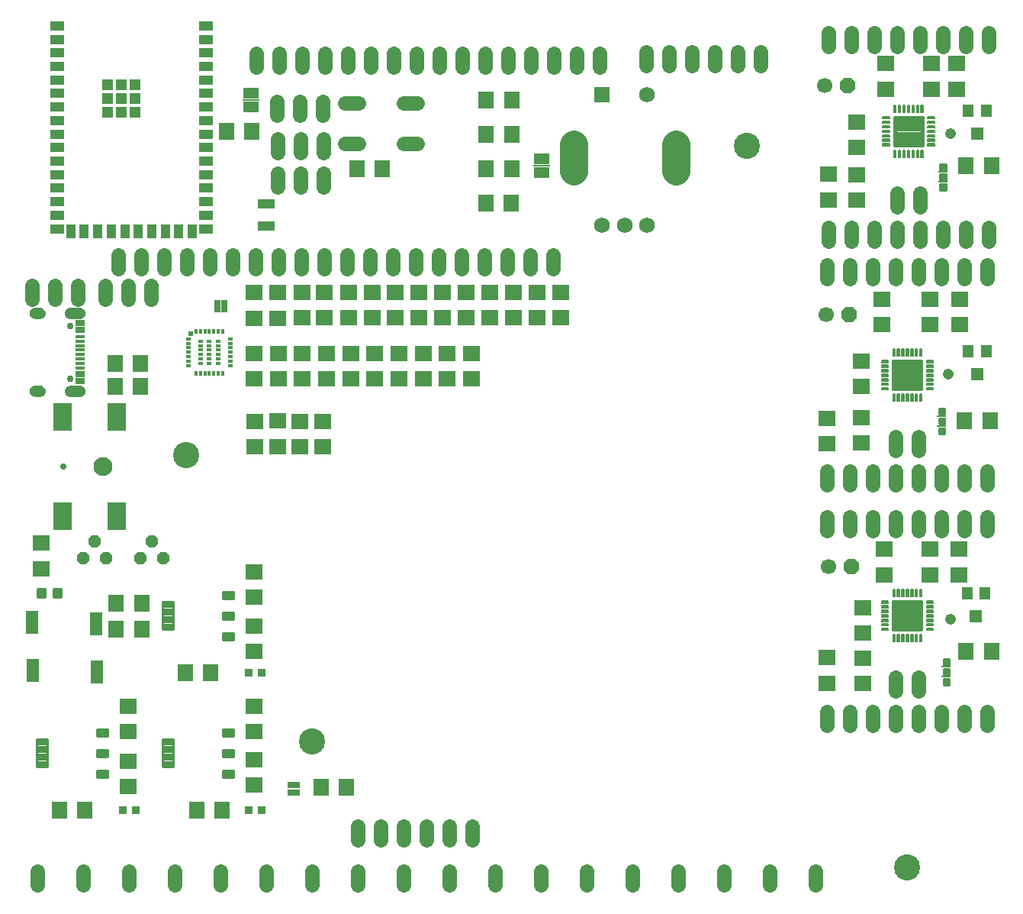
<source format=gbr>
G04 EAGLE Gerber RS-274X export*
G75*
%MOMM*%
%FSLAX34Y34*%
%LPD*%
%INSoldermask Top*%
%IPPOS*%
%AMOC8*
5,1,8,0,0,1.08239X$1,22.5*%
G01*
%ADD10R,1.900000X1.700000*%
%ADD11C,0.396000*%
%ADD12R,1.370000X0.735000*%
%ADD13R,1.100000X0.400000*%
%ADD14R,1.100000X0.700000*%
%ADD15C,0.750000*%
%ADD16C,1.624000*%
%ADD17R,1.903000X1.700000*%
%ADD18R,1.700000X1.903000*%
%ADD19R,1.600000X1.000000*%
%ADD20R,1.000000X1.600000*%
%ADD21R,1.200000X1.200000*%
%ADD22R,1.900000X1.100000*%
%ADD23C,0.735000*%
%ADD24C,2.100000*%
%ADD25R,2.100000X3.100000*%
%ADD26R,1.750000X1.750000*%
%ADD27C,1.750000*%
%ADD28C,3.100000*%
%ADD29C,0.151200*%
%ADD30C,0.455000*%
%ADD31C,0.261000*%
%ADD32R,1.100000X0.200000*%
%ADD33C,1.208000*%
%ADD34R,0.600000X0.300000*%
%ADD35R,0.300000X0.600000*%
%ADD36R,0.500000X0.500000*%
%ADD37C,0.236900*%
%ADD38C,0.296100*%
%ADD39R,0.735000X1.370000*%
%ADD40R,0.900000X0.900000*%
%ADD41R,1.700000X1.900000*%
%ADD42R,1.370000X2.640000*%
%ADD43P,1.840279X8X22.500000*%
%ADD44C,1.700200*%
%ADD45R,1.400000X1.400000*%
%ADD46R,1.300000X1.350000*%
%ADD47P,1.537860X8X22.500000*%
%ADD48C,2.900000*%
%ADD49R,1.700200X1.268400*%
%ADD50R,1.828800X0.152400*%

G36*
X73004Y659454D02*
X73004Y659454D01*
X73007Y659451D01*
X74129Y659606D01*
X74134Y659611D01*
X74138Y659608D01*
X75209Y659979D01*
X75213Y659985D01*
X75218Y659983D01*
X76195Y660556D01*
X76198Y660562D01*
X76203Y660561D01*
X77050Y661314D01*
X77052Y661321D01*
X77057Y661321D01*
X77741Y662224D01*
X77741Y662231D01*
X77746Y662232D01*
X78241Y663251D01*
X78239Y663258D01*
X78244Y663260D01*
X78531Y664357D01*
X78529Y664361D01*
X78531Y664362D01*
X78529Y664364D01*
X78532Y664366D01*
X78599Y665497D01*
X78597Y665501D01*
X78599Y665503D01*
X78532Y666634D01*
X78527Y666639D01*
X78531Y666643D01*
X78244Y667740D01*
X78238Y667744D01*
X78241Y667749D01*
X77746Y668768D01*
X77740Y668771D01*
X77741Y668776D01*
X77057Y669679D01*
X77050Y669681D01*
X77050Y669686D01*
X76203Y670439D01*
X76196Y670439D01*
X76195Y670444D01*
X75218Y671017D01*
X75211Y671016D01*
X75209Y671021D01*
X74138Y671392D01*
X74132Y671389D01*
X74129Y671394D01*
X73007Y671549D01*
X73002Y671546D01*
X73000Y671549D01*
X61000Y671549D01*
X60995Y671546D01*
X60992Y671549D01*
X59725Y671344D01*
X59719Y671338D01*
X59715Y671341D01*
X58525Y670859D01*
X58521Y670852D01*
X58515Y670854D01*
X57462Y670120D01*
X57460Y670112D01*
X57454Y670113D01*
X56591Y669163D01*
X56590Y669154D01*
X56585Y669154D01*
X55955Y668035D01*
X55956Y668027D01*
X55950Y668025D01*
X55585Y666795D01*
X55588Y666787D01*
X55583Y666784D01*
X55501Y665503D01*
X55504Y665499D01*
X55501Y665497D01*
X55583Y664216D01*
X55589Y664210D01*
X55585Y664205D01*
X55950Y662975D01*
X55957Y662970D01*
X55955Y662965D01*
X56585Y661846D01*
X56592Y661843D01*
X56591Y661837D01*
X57454Y660887D01*
X57462Y660886D01*
X57462Y660880D01*
X58515Y660146D01*
X58523Y660146D01*
X58525Y660141D01*
X59715Y659659D01*
X59722Y659661D01*
X59725Y659656D01*
X60992Y659451D01*
X60997Y659454D01*
X61000Y659451D01*
X73000Y659451D01*
X73004Y659454D01*
G37*
G36*
X73004Y573054D02*
X73004Y573054D01*
X73007Y573051D01*
X74129Y573206D01*
X74134Y573211D01*
X74138Y573208D01*
X75209Y573579D01*
X75213Y573585D01*
X75218Y573583D01*
X76195Y574156D01*
X76198Y574162D01*
X76203Y574161D01*
X77050Y574914D01*
X77052Y574921D01*
X77057Y574921D01*
X77741Y575824D01*
X77741Y575831D01*
X77746Y575832D01*
X78241Y576851D01*
X78239Y576858D01*
X78244Y576860D01*
X78531Y577957D01*
X78529Y577961D01*
X78531Y577962D01*
X78529Y577964D01*
X78532Y577966D01*
X78599Y579097D01*
X78597Y579101D01*
X78599Y579103D01*
X78532Y580234D01*
X78527Y580239D01*
X78531Y580243D01*
X78244Y581340D01*
X78238Y581344D01*
X78241Y581349D01*
X77746Y582368D01*
X77740Y582371D01*
X77741Y582376D01*
X77057Y583279D01*
X77050Y583281D01*
X77050Y583286D01*
X76203Y584039D01*
X76196Y584039D01*
X76195Y584044D01*
X75218Y584617D01*
X75211Y584616D01*
X75209Y584621D01*
X74138Y584992D01*
X74132Y584989D01*
X74129Y584994D01*
X73007Y585149D01*
X73002Y585146D01*
X73000Y585149D01*
X61000Y585149D01*
X60995Y585146D01*
X60992Y585149D01*
X59725Y584944D01*
X59719Y584938D01*
X59715Y584941D01*
X58525Y584459D01*
X58521Y584452D01*
X58515Y584454D01*
X57462Y583720D01*
X57460Y583712D01*
X57454Y583713D01*
X56591Y582763D01*
X56590Y582754D01*
X56585Y582754D01*
X55955Y581635D01*
X55956Y581627D01*
X55950Y581625D01*
X55585Y580395D01*
X55588Y580387D01*
X55583Y580384D01*
X55501Y579103D01*
X55504Y579099D01*
X55501Y579097D01*
X55583Y577816D01*
X55589Y577810D01*
X55585Y577805D01*
X55950Y576575D01*
X55957Y576570D01*
X55955Y576565D01*
X56585Y575446D01*
X56592Y575443D01*
X56591Y575437D01*
X57454Y574487D01*
X57462Y574486D01*
X57462Y574480D01*
X58515Y573746D01*
X58523Y573746D01*
X58525Y573741D01*
X59715Y573259D01*
X59722Y573261D01*
X59725Y573256D01*
X60992Y573051D01*
X60997Y573054D01*
X61000Y573051D01*
X73000Y573051D01*
X73004Y573054D01*
G37*
G36*
X28203Y659453D02*
X28203Y659453D01*
X28205Y659451D01*
X29381Y659562D01*
X29386Y659567D01*
X29390Y659564D01*
X30522Y659902D01*
X30526Y659908D01*
X30531Y659906D01*
X31575Y660458D01*
X31578Y660465D01*
X31583Y660463D01*
X32499Y661209D01*
X32500Y661216D01*
X32506Y661216D01*
X33259Y662126D01*
X33259Y662133D01*
X33264Y662134D01*
X33825Y663173D01*
X33824Y663178D01*
X33828Y663180D01*
X33827Y663181D01*
X33829Y663182D01*
X34176Y664311D01*
X34176Y664312D01*
X34177Y664313D01*
X34174Y664317D01*
X34178Y664320D01*
X34299Y665495D01*
X34295Y665502D01*
X34299Y665506D01*
X34142Y666846D01*
X34137Y666852D01*
X34140Y666857D01*
X33689Y668128D01*
X33682Y668133D01*
X33684Y668138D01*
X32962Y669277D01*
X32954Y669280D01*
X32955Y669286D01*
X31997Y670236D01*
X31989Y670237D01*
X31988Y670243D01*
X30843Y670956D01*
X30835Y670955D01*
X30833Y670961D01*
X29557Y671401D01*
X29550Y671399D01*
X29547Y671403D01*
X28205Y671549D01*
X28202Y671547D01*
X28200Y671549D01*
X22200Y671549D01*
X22197Y671547D01*
X22194Y671549D01*
X20865Y671394D01*
X20859Y671388D01*
X20855Y671391D01*
X19594Y670944D01*
X19589Y670937D01*
X19584Y670939D01*
X18454Y670222D01*
X18451Y670215D01*
X18445Y670216D01*
X17503Y669266D01*
X17502Y669257D01*
X17496Y669257D01*
X16789Y668121D01*
X16790Y668113D01*
X16784Y668111D01*
X16348Y666846D01*
X16350Y666838D01*
X16345Y666836D01*
X16201Y665505D01*
X16205Y665499D01*
X16201Y665495D01*
X16311Y664329D01*
X16316Y664324D01*
X16313Y664320D01*
X16648Y663197D01*
X16654Y663193D01*
X16652Y663189D01*
X17200Y662153D01*
X17206Y662150D01*
X17205Y662145D01*
X17944Y661237D01*
X17951Y661235D01*
X17951Y661230D01*
X18853Y660483D01*
X18861Y660483D01*
X18861Y660478D01*
X19892Y659921D01*
X19899Y659922D01*
X19901Y659917D01*
X21020Y659573D01*
X21027Y659575D01*
X21030Y659571D01*
X22195Y659451D01*
X22198Y659453D01*
X22200Y659451D01*
X28200Y659451D01*
X28203Y659453D01*
G37*
G36*
X28203Y573053D02*
X28203Y573053D01*
X28205Y573051D01*
X29381Y573162D01*
X29386Y573167D01*
X29390Y573164D01*
X30522Y573502D01*
X30526Y573508D01*
X30531Y573506D01*
X31575Y574058D01*
X31578Y574065D01*
X31583Y574063D01*
X32499Y574809D01*
X32500Y574816D01*
X32506Y574816D01*
X33259Y575726D01*
X33259Y575733D01*
X33264Y575734D01*
X33825Y576773D01*
X33824Y576778D01*
X33828Y576780D01*
X33827Y576781D01*
X33829Y576782D01*
X34176Y577911D01*
X34176Y577912D01*
X34177Y577913D01*
X34174Y577917D01*
X34178Y577920D01*
X34299Y579095D01*
X34295Y579102D01*
X34299Y579106D01*
X34142Y580446D01*
X34137Y580452D01*
X34140Y580457D01*
X33689Y581728D01*
X33682Y581733D01*
X33684Y581738D01*
X32962Y582877D01*
X32954Y582880D01*
X32955Y582886D01*
X31997Y583836D01*
X31989Y583837D01*
X31988Y583843D01*
X30843Y584556D01*
X30835Y584555D01*
X30833Y584561D01*
X29557Y585001D01*
X29550Y584999D01*
X29547Y585003D01*
X28205Y585149D01*
X28202Y585147D01*
X28200Y585149D01*
X22200Y585149D01*
X22197Y585147D01*
X22194Y585149D01*
X20865Y584994D01*
X20859Y584988D01*
X20855Y584991D01*
X19594Y584544D01*
X19589Y584537D01*
X19584Y584539D01*
X18454Y583822D01*
X18451Y583815D01*
X18445Y583816D01*
X17503Y582866D01*
X17502Y582857D01*
X17496Y582857D01*
X16789Y581721D01*
X16790Y581713D01*
X16784Y581711D01*
X16348Y580446D01*
X16350Y580438D01*
X16345Y580436D01*
X16201Y579105D01*
X16205Y579099D01*
X16201Y579095D01*
X16311Y577929D01*
X16316Y577924D01*
X16313Y577920D01*
X16648Y576797D01*
X16654Y576793D01*
X16652Y576789D01*
X17200Y575753D01*
X17206Y575750D01*
X17205Y575745D01*
X17944Y574837D01*
X17951Y574835D01*
X17951Y574830D01*
X18853Y574083D01*
X18861Y574083D01*
X18861Y574078D01*
X19892Y573521D01*
X19899Y573522D01*
X19901Y573517D01*
X21020Y573173D01*
X21027Y573175D01*
X21030Y573171D01*
X22195Y573051D01*
X22198Y573053D01*
X22200Y573051D01*
X28200Y573051D01*
X28203Y573053D01*
G37*
D10*
X345863Y621030D03*
X345863Y593030D03*
X319052Y621030D03*
X319052Y593030D03*
X343193Y660340D03*
X343193Y688340D03*
X318965Y660400D03*
X318965Y688400D03*
X316653Y517880D03*
X316653Y545880D03*
D11*
X43350Y359120D02*
X43350Y352080D01*
X43350Y359120D02*
X50390Y359120D01*
X50390Y352080D01*
X43350Y352080D01*
X43350Y355842D02*
X50390Y355842D01*
X25810Y359120D02*
X25810Y352080D01*
X25810Y359120D02*
X32850Y359120D01*
X32850Y352080D01*
X25810Y352080D01*
X25810Y355842D02*
X32850Y355842D01*
D12*
X309880Y134366D03*
X309880Y142494D03*
D13*
X72800Y614800D03*
X72800Y619800D03*
D14*
X72800Y590050D03*
X72800Y597800D03*
D13*
X72800Y604800D03*
X72800Y609800D03*
X72800Y629800D03*
X72800Y624800D03*
D14*
X72800Y654550D03*
X72800Y646800D03*
D13*
X72800Y639800D03*
X72800Y634800D03*
D15*
X61750Y651200D03*
X61750Y593400D03*
D16*
X100600Y680680D02*
X100600Y695920D01*
X126000Y695920D02*
X126000Y680680D01*
X151400Y680680D02*
X151400Y695920D01*
X18700Y695920D02*
X18700Y680680D01*
X44100Y680680D02*
X44100Y695920D01*
X69500Y695920D02*
X69500Y680680D01*
D17*
X291677Y546100D03*
X291677Y517660D03*
X265430Y660120D03*
X265430Y688560D03*
X291612Y660120D03*
X291612Y688560D03*
D18*
X368300Y139700D03*
X339860Y139700D03*
X112530Y344170D03*
X140970Y344170D03*
X140970Y314960D03*
X112530Y314960D03*
D17*
X29210Y382270D03*
X29210Y410710D03*
D18*
X111260Y609600D03*
X139700Y609600D03*
X139700Y584200D03*
X111260Y584200D03*
D19*
X47040Y984270D03*
X47040Y969270D03*
X47040Y954270D03*
X47040Y939270D03*
X47040Y924270D03*
X47040Y909270D03*
X47040Y894270D03*
X47040Y879270D03*
X47040Y864270D03*
X47040Y849270D03*
X47040Y834270D03*
X47040Y819270D03*
X47040Y804270D03*
X47040Y789270D03*
X47040Y774270D03*
X47040Y759270D03*
D20*
X62040Y756670D03*
X77040Y756670D03*
X92040Y756670D03*
X107040Y756670D03*
X122040Y756670D03*
X137040Y756670D03*
X152040Y756670D03*
X167040Y756670D03*
X182040Y756670D03*
X197040Y756670D03*
D19*
X211940Y759270D03*
X211940Y774270D03*
X211940Y789270D03*
X211940Y804270D03*
X211940Y819270D03*
X211940Y834270D03*
X211940Y849270D03*
X211940Y864270D03*
X211940Y879270D03*
X211940Y894270D03*
X211940Y909270D03*
X211940Y924270D03*
D21*
X118040Y903670D03*
D19*
X211940Y939270D03*
X211940Y954270D03*
X211940Y969270D03*
X211940Y984270D03*
D21*
X133040Y918670D03*
X118040Y918670D03*
X103040Y918670D03*
X103040Y903670D03*
X103040Y888670D03*
X118040Y888670D03*
X133040Y888670D03*
X133040Y903670D03*
D22*
X279400Y787200D03*
X279400Y762200D03*
D23*
X53700Y495300D03*
D24*
X97700Y495300D03*
D25*
X52700Y440300D03*
X112700Y440300D03*
X112700Y550300D03*
X52700Y550300D03*
D26*
X651910Y908200D03*
D27*
X701910Y908200D03*
X651910Y763200D03*
X676910Y763200D03*
X701910Y763200D03*
D28*
X619910Y823200D02*
X619910Y853200D01*
X733910Y853200D02*
X733910Y823200D01*
D17*
X965200Y375420D03*
X965200Y403860D03*
X1016000Y375420D03*
X1016000Y403860D03*
D10*
X474882Y660340D03*
X474882Y688340D03*
X479919Y593030D03*
X479919Y621030D03*
X506730Y593030D03*
X506730Y621030D03*
X527245Y660340D03*
X527245Y688340D03*
X941070Y255210D03*
X941070Y283210D03*
X941070Y339150D03*
X941070Y311150D03*
D17*
X1047750Y403860D03*
X1047750Y375420D03*
D29*
X969344Y344156D02*
X961856Y344156D01*
X961856Y346244D01*
X969344Y346244D01*
X969344Y344156D01*
X969344Y345592D02*
X961856Y345592D01*
X961856Y339156D02*
X969344Y339156D01*
X961856Y339156D02*
X961856Y341244D01*
X969344Y341244D01*
X969344Y339156D01*
X969344Y340592D02*
X961856Y340592D01*
X961856Y334156D02*
X969344Y334156D01*
X961856Y334156D02*
X961856Y336244D01*
X969344Y336244D01*
X969344Y334156D01*
X969344Y335592D02*
X961856Y335592D01*
X961856Y329156D02*
X969344Y329156D01*
X961856Y329156D02*
X961856Y331244D01*
X969344Y331244D01*
X969344Y329156D01*
X969344Y330592D02*
X961856Y330592D01*
X961856Y324156D02*
X969344Y324156D01*
X961856Y324156D02*
X961856Y326244D01*
X969344Y326244D01*
X969344Y324156D01*
X969344Y325592D02*
X961856Y325592D01*
X961856Y319156D02*
X969344Y319156D01*
X961856Y319156D02*
X961856Y321244D01*
X969344Y321244D01*
X969344Y319156D01*
X969344Y320592D02*
X961856Y320592D01*
X961856Y314156D02*
X969344Y314156D01*
X961856Y314156D02*
X961856Y316244D01*
X969344Y316244D01*
X969344Y314156D01*
X969344Y315592D02*
X961856Y315592D01*
X976644Y308944D02*
X976644Y301456D01*
X974556Y301456D01*
X974556Y308944D01*
X976644Y308944D01*
X976644Y302892D02*
X974556Y302892D01*
X974556Y304328D02*
X976644Y304328D01*
X976644Y305764D02*
X974556Y305764D01*
X974556Y307200D02*
X976644Y307200D01*
X976644Y308636D02*
X974556Y308636D01*
X981644Y308944D02*
X981644Y301456D01*
X979556Y301456D01*
X979556Y308944D01*
X981644Y308944D01*
X981644Y302892D02*
X979556Y302892D01*
X979556Y304328D02*
X981644Y304328D01*
X981644Y305764D02*
X979556Y305764D01*
X979556Y307200D02*
X981644Y307200D01*
X981644Y308636D02*
X979556Y308636D01*
X986644Y308944D02*
X986644Y301456D01*
X984556Y301456D01*
X984556Y308944D01*
X986644Y308944D01*
X986644Y302892D02*
X984556Y302892D01*
X984556Y304328D02*
X986644Y304328D01*
X986644Y305764D02*
X984556Y305764D01*
X984556Y307200D02*
X986644Y307200D01*
X986644Y308636D02*
X984556Y308636D01*
X991644Y308944D02*
X991644Y301456D01*
X989556Y301456D01*
X989556Y308944D01*
X991644Y308944D01*
X991644Y302892D02*
X989556Y302892D01*
X989556Y304328D02*
X991644Y304328D01*
X991644Y305764D02*
X989556Y305764D01*
X989556Y307200D02*
X991644Y307200D01*
X991644Y308636D02*
X989556Y308636D01*
X996644Y308944D02*
X996644Y301456D01*
X994556Y301456D01*
X994556Y308944D01*
X996644Y308944D01*
X996644Y302892D02*
X994556Y302892D01*
X994556Y304328D02*
X996644Y304328D01*
X996644Y305764D02*
X994556Y305764D01*
X994556Y307200D02*
X996644Y307200D01*
X996644Y308636D02*
X994556Y308636D01*
X1001644Y308944D02*
X1001644Y301456D01*
X999556Y301456D01*
X999556Y308944D01*
X1001644Y308944D01*
X1001644Y302892D02*
X999556Y302892D01*
X999556Y304328D02*
X1001644Y304328D01*
X1001644Y305764D02*
X999556Y305764D01*
X999556Y307200D02*
X1001644Y307200D01*
X1001644Y308636D02*
X999556Y308636D01*
X1006644Y308944D02*
X1006644Y301456D01*
X1004556Y301456D01*
X1004556Y308944D01*
X1006644Y308944D01*
X1006644Y302892D02*
X1004556Y302892D01*
X1004556Y304328D02*
X1006644Y304328D01*
X1006644Y305764D02*
X1004556Y305764D01*
X1004556Y307200D02*
X1006644Y307200D01*
X1006644Y308636D02*
X1004556Y308636D01*
X1011856Y316244D02*
X1019344Y316244D01*
X1019344Y314156D01*
X1011856Y314156D01*
X1011856Y316244D01*
X1011856Y315592D02*
X1019344Y315592D01*
X1019344Y321244D02*
X1011856Y321244D01*
X1019344Y321244D02*
X1019344Y319156D01*
X1011856Y319156D01*
X1011856Y321244D01*
X1011856Y320592D02*
X1019344Y320592D01*
X1019344Y326244D02*
X1011856Y326244D01*
X1019344Y326244D02*
X1019344Y324156D01*
X1011856Y324156D01*
X1011856Y326244D01*
X1011856Y325592D02*
X1019344Y325592D01*
X1019344Y331244D02*
X1011856Y331244D01*
X1019344Y331244D02*
X1019344Y329156D01*
X1011856Y329156D01*
X1011856Y331244D01*
X1011856Y330592D02*
X1019344Y330592D01*
X1019344Y336244D02*
X1011856Y336244D01*
X1019344Y336244D02*
X1019344Y334156D01*
X1011856Y334156D01*
X1011856Y336244D01*
X1011856Y335592D02*
X1019344Y335592D01*
X1019344Y341244D02*
X1011856Y341244D01*
X1019344Y341244D02*
X1019344Y339156D01*
X1011856Y339156D01*
X1011856Y341244D01*
X1011856Y340592D02*
X1019344Y340592D01*
X1019344Y346244D02*
X1011856Y346244D01*
X1019344Y346244D02*
X1019344Y344156D01*
X1011856Y344156D01*
X1011856Y346244D01*
X1011856Y345592D02*
X1019344Y345592D01*
X1004556Y351456D02*
X1004556Y358944D01*
X1006644Y358944D01*
X1006644Y351456D01*
X1004556Y351456D01*
X1004556Y352892D02*
X1006644Y352892D01*
X1006644Y354328D02*
X1004556Y354328D01*
X1004556Y355764D02*
X1006644Y355764D01*
X1006644Y357200D02*
X1004556Y357200D01*
X1004556Y358636D02*
X1006644Y358636D01*
X999556Y358944D02*
X999556Y351456D01*
X999556Y358944D02*
X1001644Y358944D01*
X1001644Y351456D01*
X999556Y351456D01*
X999556Y352892D02*
X1001644Y352892D01*
X1001644Y354328D02*
X999556Y354328D01*
X999556Y355764D02*
X1001644Y355764D01*
X1001644Y357200D02*
X999556Y357200D01*
X999556Y358636D02*
X1001644Y358636D01*
X994556Y358944D02*
X994556Y351456D01*
X994556Y358944D02*
X996644Y358944D01*
X996644Y351456D01*
X994556Y351456D01*
X994556Y352892D02*
X996644Y352892D01*
X996644Y354328D02*
X994556Y354328D01*
X994556Y355764D02*
X996644Y355764D01*
X996644Y357200D02*
X994556Y357200D01*
X994556Y358636D02*
X996644Y358636D01*
X989556Y358944D02*
X989556Y351456D01*
X989556Y358944D02*
X991644Y358944D01*
X991644Y351456D01*
X989556Y351456D01*
X989556Y352892D02*
X991644Y352892D01*
X991644Y354328D02*
X989556Y354328D01*
X989556Y355764D02*
X991644Y355764D01*
X991644Y357200D02*
X989556Y357200D01*
X989556Y358636D02*
X991644Y358636D01*
X984556Y358944D02*
X984556Y351456D01*
X984556Y358944D02*
X986644Y358944D01*
X986644Y351456D01*
X984556Y351456D01*
X984556Y352892D02*
X986644Y352892D01*
X986644Y354328D02*
X984556Y354328D01*
X984556Y355764D02*
X986644Y355764D01*
X986644Y357200D02*
X984556Y357200D01*
X984556Y358636D02*
X986644Y358636D01*
X979556Y358944D02*
X979556Y351456D01*
X979556Y358944D02*
X981644Y358944D01*
X981644Y351456D01*
X979556Y351456D01*
X979556Y352892D02*
X981644Y352892D01*
X981644Y354328D02*
X979556Y354328D01*
X979556Y355764D02*
X981644Y355764D01*
X981644Y357200D02*
X979556Y357200D01*
X979556Y358636D02*
X981644Y358636D01*
X974556Y358944D02*
X974556Y351456D01*
X974556Y358944D02*
X976644Y358944D01*
X976644Y351456D01*
X974556Y351456D01*
X974556Y352892D02*
X976644Y352892D01*
X976644Y354328D02*
X974556Y354328D01*
X974556Y355764D02*
X976644Y355764D01*
X976644Y357200D02*
X974556Y357200D01*
X974556Y358636D02*
X976644Y358636D01*
D30*
X975375Y314975D02*
X1005825Y314975D01*
X975375Y314975D02*
X975375Y345425D01*
X1005825Y345425D01*
X1005825Y314975D01*
X1005825Y319297D02*
X975375Y319297D01*
X975375Y323619D02*
X1005825Y323619D01*
X1005825Y327941D02*
X975375Y327941D01*
X975375Y332263D02*
X1005825Y332263D01*
X1005825Y336585D02*
X975375Y336585D01*
X975375Y340907D02*
X1005825Y340907D01*
X1005825Y345229D02*
X975375Y345229D01*
D18*
X1055370Y290830D03*
X1083810Y290830D03*
D17*
X901700Y255270D03*
X901700Y283710D03*
D10*
X605790Y660340D03*
X605790Y688340D03*
D31*
X1030585Y275775D02*
X1036975Y275775D01*
X1030585Y275775D02*
X1030585Y282165D01*
X1036975Y282165D01*
X1036975Y275775D01*
X1036975Y278254D02*
X1030585Y278254D01*
X1030585Y280733D02*
X1036975Y280733D01*
X1036975Y264775D02*
X1030585Y264775D01*
X1030585Y271165D01*
X1036975Y271165D01*
X1036975Y264775D01*
X1036975Y267254D02*
X1030585Y267254D01*
X1030585Y269733D02*
X1036975Y269733D01*
X1036975Y253775D02*
X1030585Y253775D01*
X1030585Y260165D01*
X1036975Y260165D01*
X1036975Y253775D01*
X1036975Y256254D02*
X1030585Y256254D01*
X1030585Y258733D02*
X1036975Y258733D01*
D32*
X1033780Y262470D03*
X1033780Y273470D03*
D16*
X1079500Y424180D02*
X1079500Y439420D01*
X1054100Y439420D02*
X1054100Y424180D01*
X1028700Y424180D02*
X1028700Y439420D01*
X1003300Y439420D02*
X1003300Y424180D01*
X977900Y424180D02*
X977900Y439420D01*
X952500Y439420D02*
X952500Y424180D01*
X927100Y424180D02*
X927100Y439420D01*
X901700Y439420D02*
X901700Y424180D01*
X977900Y261620D02*
X977900Y246380D01*
X1003300Y246380D02*
X1003300Y261620D01*
D33*
X1038860Y326390D03*
D10*
X501064Y660340D03*
X501064Y688340D03*
D16*
X1079500Y223520D02*
X1079500Y208280D01*
X1054100Y208280D02*
X1054100Y223520D01*
X1028700Y223520D02*
X1028700Y208280D01*
X1003300Y208280D02*
X1003300Y223520D01*
X977900Y223520D02*
X977900Y208280D01*
X952500Y208280D02*
X952500Y223520D01*
X927100Y223520D02*
X927100Y208280D01*
X901700Y208280D02*
X901700Y223520D01*
D17*
X962660Y652780D03*
X962660Y681220D03*
X1016000Y652780D03*
X1016000Y681220D03*
D10*
X396338Y660340D03*
X396338Y688340D03*
X399485Y593030D03*
X399485Y621030D03*
X453108Y593030D03*
X453108Y621030D03*
X553427Y660340D03*
X553427Y688340D03*
X939800Y521910D03*
X939800Y549910D03*
X939800Y612200D03*
X939800Y584200D03*
D17*
X1049020Y681220D03*
X1049020Y652780D03*
D29*
X969344Y610856D02*
X961856Y610856D01*
X961856Y612944D01*
X969344Y612944D01*
X969344Y610856D01*
X969344Y612292D02*
X961856Y612292D01*
X961856Y605856D02*
X969344Y605856D01*
X961856Y605856D02*
X961856Y607944D01*
X969344Y607944D01*
X969344Y605856D01*
X969344Y607292D02*
X961856Y607292D01*
X961856Y600856D02*
X969344Y600856D01*
X961856Y600856D02*
X961856Y602944D01*
X969344Y602944D01*
X969344Y600856D01*
X969344Y602292D02*
X961856Y602292D01*
X961856Y595856D02*
X969344Y595856D01*
X961856Y595856D02*
X961856Y597944D01*
X969344Y597944D01*
X969344Y595856D01*
X969344Y597292D02*
X961856Y597292D01*
X961856Y590856D02*
X969344Y590856D01*
X961856Y590856D02*
X961856Y592944D01*
X969344Y592944D01*
X969344Y590856D01*
X969344Y592292D02*
X961856Y592292D01*
X961856Y585856D02*
X969344Y585856D01*
X961856Y585856D02*
X961856Y587944D01*
X969344Y587944D01*
X969344Y585856D01*
X969344Y587292D02*
X961856Y587292D01*
X961856Y580856D02*
X969344Y580856D01*
X961856Y580856D02*
X961856Y582944D01*
X969344Y582944D01*
X969344Y580856D01*
X969344Y582292D02*
X961856Y582292D01*
X976644Y575644D02*
X976644Y568156D01*
X974556Y568156D01*
X974556Y575644D01*
X976644Y575644D01*
X976644Y569592D02*
X974556Y569592D01*
X974556Y571028D02*
X976644Y571028D01*
X976644Y572464D02*
X974556Y572464D01*
X974556Y573900D02*
X976644Y573900D01*
X976644Y575336D02*
X974556Y575336D01*
X981644Y575644D02*
X981644Y568156D01*
X979556Y568156D01*
X979556Y575644D01*
X981644Y575644D01*
X981644Y569592D02*
X979556Y569592D01*
X979556Y571028D02*
X981644Y571028D01*
X981644Y572464D02*
X979556Y572464D01*
X979556Y573900D02*
X981644Y573900D01*
X981644Y575336D02*
X979556Y575336D01*
X986644Y575644D02*
X986644Y568156D01*
X984556Y568156D01*
X984556Y575644D01*
X986644Y575644D01*
X986644Y569592D02*
X984556Y569592D01*
X984556Y571028D02*
X986644Y571028D01*
X986644Y572464D02*
X984556Y572464D01*
X984556Y573900D02*
X986644Y573900D01*
X986644Y575336D02*
X984556Y575336D01*
X991644Y575644D02*
X991644Y568156D01*
X989556Y568156D01*
X989556Y575644D01*
X991644Y575644D01*
X991644Y569592D02*
X989556Y569592D01*
X989556Y571028D02*
X991644Y571028D01*
X991644Y572464D02*
X989556Y572464D01*
X989556Y573900D02*
X991644Y573900D01*
X991644Y575336D02*
X989556Y575336D01*
X996644Y575644D02*
X996644Y568156D01*
X994556Y568156D01*
X994556Y575644D01*
X996644Y575644D01*
X996644Y569592D02*
X994556Y569592D01*
X994556Y571028D02*
X996644Y571028D01*
X996644Y572464D02*
X994556Y572464D01*
X994556Y573900D02*
X996644Y573900D01*
X996644Y575336D02*
X994556Y575336D01*
X1001644Y575644D02*
X1001644Y568156D01*
X999556Y568156D01*
X999556Y575644D01*
X1001644Y575644D01*
X1001644Y569592D02*
X999556Y569592D01*
X999556Y571028D02*
X1001644Y571028D01*
X1001644Y572464D02*
X999556Y572464D01*
X999556Y573900D02*
X1001644Y573900D01*
X1001644Y575336D02*
X999556Y575336D01*
X1006644Y575644D02*
X1006644Y568156D01*
X1004556Y568156D01*
X1004556Y575644D01*
X1006644Y575644D01*
X1006644Y569592D02*
X1004556Y569592D01*
X1004556Y571028D02*
X1006644Y571028D01*
X1006644Y572464D02*
X1004556Y572464D01*
X1004556Y573900D02*
X1006644Y573900D01*
X1006644Y575336D02*
X1004556Y575336D01*
X1011856Y582944D02*
X1019344Y582944D01*
X1019344Y580856D01*
X1011856Y580856D01*
X1011856Y582944D01*
X1011856Y582292D02*
X1019344Y582292D01*
X1019344Y587944D02*
X1011856Y587944D01*
X1019344Y587944D02*
X1019344Y585856D01*
X1011856Y585856D01*
X1011856Y587944D01*
X1011856Y587292D02*
X1019344Y587292D01*
X1019344Y592944D02*
X1011856Y592944D01*
X1019344Y592944D02*
X1019344Y590856D01*
X1011856Y590856D01*
X1011856Y592944D01*
X1011856Y592292D02*
X1019344Y592292D01*
X1019344Y597944D02*
X1011856Y597944D01*
X1019344Y597944D02*
X1019344Y595856D01*
X1011856Y595856D01*
X1011856Y597944D01*
X1011856Y597292D02*
X1019344Y597292D01*
X1019344Y602944D02*
X1011856Y602944D01*
X1019344Y602944D02*
X1019344Y600856D01*
X1011856Y600856D01*
X1011856Y602944D01*
X1011856Y602292D02*
X1019344Y602292D01*
X1019344Y607944D02*
X1011856Y607944D01*
X1019344Y607944D02*
X1019344Y605856D01*
X1011856Y605856D01*
X1011856Y607944D01*
X1011856Y607292D02*
X1019344Y607292D01*
X1019344Y612944D02*
X1011856Y612944D01*
X1019344Y612944D02*
X1019344Y610856D01*
X1011856Y610856D01*
X1011856Y612944D01*
X1011856Y612292D02*
X1019344Y612292D01*
X1004556Y618156D02*
X1004556Y625644D01*
X1006644Y625644D01*
X1006644Y618156D01*
X1004556Y618156D01*
X1004556Y619592D02*
X1006644Y619592D01*
X1006644Y621028D02*
X1004556Y621028D01*
X1004556Y622464D02*
X1006644Y622464D01*
X1006644Y623900D02*
X1004556Y623900D01*
X1004556Y625336D02*
X1006644Y625336D01*
X999556Y625644D02*
X999556Y618156D01*
X999556Y625644D02*
X1001644Y625644D01*
X1001644Y618156D01*
X999556Y618156D01*
X999556Y619592D02*
X1001644Y619592D01*
X1001644Y621028D02*
X999556Y621028D01*
X999556Y622464D02*
X1001644Y622464D01*
X1001644Y623900D02*
X999556Y623900D01*
X999556Y625336D02*
X1001644Y625336D01*
X994556Y625644D02*
X994556Y618156D01*
X994556Y625644D02*
X996644Y625644D01*
X996644Y618156D01*
X994556Y618156D01*
X994556Y619592D02*
X996644Y619592D01*
X996644Y621028D02*
X994556Y621028D01*
X994556Y622464D02*
X996644Y622464D01*
X996644Y623900D02*
X994556Y623900D01*
X994556Y625336D02*
X996644Y625336D01*
X989556Y625644D02*
X989556Y618156D01*
X989556Y625644D02*
X991644Y625644D01*
X991644Y618156D01*
X989556Y618156D01*
X989556Y619592D02*
X991644Y619592D01*
X991644Y621028D02*
X989556Y621028D01*
X989556Y622464D02*
X991644Y622464D01*
X991644Y623900D02*
X989556Y623900D01*
X989556Y625336D02*
X991644Y625336D01*
X984556Y625644D02*
X984556Y618156D01*
X984556Y625644D02*
X986644Y625644D01*
X986644Y618156D01*
X984556Y618156D01*
X984556Y619592D02*
X986644Y619592D01*
X986644Y621028D02*
X984556Y621028D01*
X984556Y622464D02*
X986644Y622464D01*
X986644Y623900D02*
X984556Y623900D01*
X984556Y625336D02*
X986644Y625336D01*
X979556Y625644D02*
X979556Y618156D01*
X979556Y625644D02*
X981644Y625644D01*
X981644Y618156D01*
X979556Y618156D01*
X979556Y619592D02*
X981644Y619592D01*
X981644Y621028D02*
X979556Y621028D01*
X979556Y622464D02*
X981644Y622464D01*
X981644Y623900D02*
X979556Y623900D01*
X979556Y625336D02*
X981644Y625336D01*
X974556Y625644D02*
X974556Y618156D01*
X974556Y625644D02*
X976644Y625644D01*
X976644Y618156D01*
X974556Y618156D01*
X974556Y619592D02*
X976644Y619592D01*
X976644Y621028D02*
X974556Y621028D01*
X974556Y622464D02*
X976644Y622464D01*
X976644Y623900D02*
X974556Y623900D01*
X974556Y625336D02*
X976644Y625336D01*
D30*
X975375Y581675D02*
X1005825Y581675D01*
X975375Y581675D02*
X975375Y612125D01*
X1005825Y612125D01*
X1005825Y581675D01*
X1005825Y585997D02*
X975375Y585997D01*
X975375Y590319D02*
X1005825Y590319D01*
X1005825Y594641D02*
X975375Y594641D01*
X975375Y598963D02*
X1005825Y598963D01*
X1005825Y603285D02*
X975375Y603285D01*
X975375Y607607D02*
X1005825Y607607D01*
X1005825Y611929D02*
X975375Y611929D01*
D18*
X1054100Y546100D03*
X1082540Y546100D03*
D17*
X901700Y520700D03*
X901700Y549140D03*
D10*
X579608Y660340D03*
X579608Y688340D03*
D31*
X1025505Y553905D02*
X1031895Y553905D01*
X1025505Y553905D02*
X1025505Y560295D01*
X1031895Y560295D01*
X1031895Y553905D01*
X1031895Y556384D02*
X1025505Y556384D01*
X1025505Y558863D02*
X1031895Y558863D01*
X1031895Y542905D02*
X1025505Y542905D01*
X1025505Y549295D01*
X1031895Y549295D01*
X1031895Y542905D01*
X1031895Y545384D02*
X1025505Y545384D01*
X1025505Y547863D02*
X1031895Y547863D01*
X1031895Y531905D02*
X1025505Y531905D01*
X1025505Y538295D01*
X1031895Y538295D01*
X1031895Y531905D01*
X1031895Y534384D02*
X1025505Y534384D01*
X1025505Y536863D02*
X1031895Y536863D01*
D32*
X1028700Y540600D03*
X1028700Y551600D03*
D16*
X1079500Y703580D02*
X1079500Y718820D01*
X1054100Y718820D02*
X1054100Y703580D01*
X1028700Y703580D02*
X1028700Y718820D01*
X1003300Y718820D02*
X1003300Y703580D01*
X977900Y703580D02*
X977900Y718820D01*
X952500Y718820D02*
X952500Y703580D01*
X927100Y703580D02*
X927100Y718820D01*
X901700Y718820D02*
X901700Y703580D01*
X977900Y528320D02*
X977900Y513080D01*
X1003300Y513080D02*
X1003300Y528320D01*
D33*
X1036320Y598170D03*
D10*
X422519Y660340D03*
X422519Y688340D03*
D16*
X1079500Y490220D02*
X1079500Y474980D01*
X1054100Y474980D02*
X1054100Y490220D01*
X1028700Y490220D02*
X1028700Y474980D01*
X1003300Y474980D02*
X1003300Y490220D01*
X977900Y490220D02*
X977900Y474980D01*
X952500Y474980D02*
X952500Y490220D01*
X927100Y490220D02*
X927100Y474980D01*
X901700Y474980D02*
X901700Y490220D01*
D17*
X966470Y913900D03*
X966470Y942340D03*
X1017270Y913900D03*
X1017270Y942340D03*
D10*
X370156Y660340D03*
X370156Y688340D03*
X341630Y545880D03*
X341630Y517880D03*
X426297Y593030D03*
X426297Y621030D03*
X372674Y621030D03*
X372674Y593030D03*
X934720Y791150D03*
X934720Y819150D03*
X934720Y877630D03*
X934720Y849630D03*
D17*
X1045210Y942340D03*
X1045210Y913900D03*
D29*
X970614Y881366D02*
X963126Y881366D01*
X963126Y883454D01*
X970614Y883454D01*
X970614Y881366D01*
X970614Y882802D02*
X963126Y882802D01*
X963126Y876366D02*
X970614Y876366D01*
X963126Y876366D02*
X963126Y878454D01*
X970614Y878454D01*
X970614Y876366D01*
X970614Y877802D02*
X963126Y877802D01*
X963126Y871366D02*
X970614Y871366D01*
X963126Y871366D02*
X963126Y873454D01*
X970614Y873454D01*
X970614Y871366D01*
X970614Y872802D02*
X963126Y872802D01*
X963126Y866366D02*
X970614Y866366D01*
X963126Y866366D02*
X963126Y868454D01*
X970614Y868454D01*
X970614Y866366D01*
X970614Y867802D02*
X963126Y867802D01*
X963126Y861366D02*
X970614Y861366D01*
X963126Y861366D02*
X963126Y863454D01*
X970614Y863454D01*
X970614Y861366D01*
X970614Y862802D02*
X963126Y862802D01*
X963126Y856366D02*
X970614Y856366D01*
X963126Y856366D02*
X963126Y858454D01*
X970614Y858454D01*
X970614Y856366D01*
X970614Y857802D02*
X963126Y857802D01*
X963126Y851366D02*
X970614Y851366D01*
X963126Y851366D02*
X963126Y853454D01*
X970614Y853454D01*
X970614Y851366D01*
X970614Y852802D02*
X963126Y852802D01*
X977914Y846154D02*
X977914Y838666D01*
X975826Y838666D01*
X975826Y846154D01*
X977914Y846154D01*
X977914Y840102D02*
X975826Y840102D01*
X975826Y841538D02*
X977914Y841538D01*
X977914Y842974D02*
X975826Y842974D01*
X975826Y844410D02*
X977914Y844410D01*
X977914Y845846D02*
X975826Y845846D01*
X982914Y846154D02*
X982914Y838666D01*
X980826Y838666D01*
X980826Y846154D01*
X982914Y846154D01*
X982914Y840102D02*
X980826Y840102D01*
X980826Y841538D02*
X982914Y841538D01*
X982914Y842974D02*
X980826Y842974D01*
X980826Y844410D02*
X982914Y844410D01*
X982914Y845846D02*
X980826Y845846D01*
X987914Y846154D02*
X987914Y838666D01*
X985826Y838666D01*
X985826Y846154D01*
X987914Y846154D01*
X987914Y840102D02*
X985826Y840102D01*
X985826Y841538D02*
X987914Y841538D01*
X987914Y842974D02*
X985826Y842974D01*
X985826Y844410D02*
X987914Y844410D01*
X987914Y845846D02*
X985826Y845846D01*
X992914Y846154D02*
X992914Y838666D01*
X990826Y838666D01*
X990826Y846154D01*
X992914Y846154D01*
X992914Y840102D02*
X990826Y840102D01*
X990826Y841538D02*
X992914Y841538D01*
X992914Y842974D02*
X990826Y842974D01*
X990826Y844410D02*
X992914Y844410D01*
X992914Y845846D02*
X990826Y845846D01*
X997914Y846154D02*
X997914Y838666D01*
X995826Y838666D01*
X995826Y846154D01*
X997914Y846154D01*
X997914Y840102D02*
X995826Y840102D01*
X995826Y841538D02*
X997914Y841538D01*
X997914Y842974D02*
X995826Y842974D01*
X995826Y844410D02*
X997914Y844410D01*
X997914Y845846D02*
X995826Y845846D01*
X1002914Y846154D02*
X1002914Y838666D01*
X1000826Y838666D01*
X1000826Y846154D01*
X1002914Y846154D01*
X1002914Y840102D02*
X1000826Y840102D01*
X1000826Y841538D02*
X1002914Y841538D01*
X1002914Y842974D02*
X1000826Y842974D01*
X1000826Y844410D02*
X1002914Y844410D01*
X1002914Y845846D02*
X1000826Y845846D01*
X1007914Y846154D02*
X1007914Y838666D01*
X1005826Y838666D01*
X1005826Y846154D01*
X1007914Y846154D01*
X1007914Y840102D02*
X1005826Y840102D01*
X1005826Y841538D02*
X1007914Y841538D01*
X1007914Y842974D02*
X1005826Y842974D01*
X1005826Y844410D02*
X1007914Y844410D01*
X1007914Y845846D02*
X1005826Y845846D01*
X1013126Y853454D02*
X1020614Y853454D01*
X1020614Y851366D01*
X1013126Y851366D01*
X1013126Y853454D01*
X1013126Y852802D02*
X1020614Y852802D01*
X1020614Y858454D02*
X1013126Y858454D01*
X1020614Y858454D02*
X1020614Y856366D01*
X1013126Y856366D01*
X1013126Y858454D01*
X1013126Y857802D02*
X1020614Y857802D01*
X1020614Y863454D02*
X1013126Y863454D01*
X1020614Y863454D02*
X1020614Y861366D01*
X1013126Y861366D01*
X1013126Y863454D01*
X1013126Y862802D02*
X1020614Y862802D01*
X1020614Y868454D02*
X1013126Y868454D01*
X1020614Y868454D02*
X1020614Y866366D01*
X1013126Y866366D01*
X1013126Y868454D01*
X1013126Y867802D02*
X1020614Y867802D01*
X1020614Y873454D02*
X1013126Y873454D01*
X1020614Y873454D02*
X1020614Y871366D01*
X1013126Y871366D01*
X1013126Y873454D01*
X1013126Y872802D02*
X1020614Y872802D01*
X1020614Y878454D02*
X1013126Y878454D01*
X1020614Y878454D02*
X1020614Y876366D01*
X1013126Y876366D01*
X1013126Y878454D01*
X1013126Y877802D02*
X1020614Y877802D01*
X1020614Y883454D02*
X1013126Y883454D01*
X1020614Y883454D02*
X1020614Y881366D01*
X1013126Y881366D01*
X1013126Y883454D01*
X1013126Y882802D02*
X1020614Y882802D01*
X1005826Y888666D02*
X1005826Y896154D01*
X1007914Y896154D01*
X1007914Y888666D01*
X1005826Y888666D01*
X1005826Y890102D02*
X1007914Y890102D01*
X1007914Y891538D02*
X1005826Y891538D01*
X1005826Y892974D02*
X1007914Y892974D01*
X1007914Y894410D02*
X1005826Y894410D01*
X1005826Y895846D02*
X1007914Y895846D01*
X1000826Y896154D02*
X1000826Y888666D01*
X1000826Y896154D02*
X1002914Y896154D01*
X1002914Y888666D01*
X1000826Y888666D01*
X1000826Y890102D02*
X1002914Y890102D01*
X1002914Y891538D02*
X1000826Y891538D01*
X1000826Y892974D02*
X1002914Y892974D01*
X1002914Y894410D02*
X1000826Y894410D01*
X1000826Y895846D02*
X1002914Y895846D01*
X995826Y896154D02*
X995826Y888666D01*
X995826Y896154D02*
X997914Y896154D01*
X997914Y888666D01*
X995826Y888666D01*
X995826Y890102D02*
X997914Y890102D01*
X997914Y891538D02*
X995826Y891538D01*
X995826Y892974D02*
X997914Y892974D01*
X997914Y894410D02*
X995826Y894410D01*
X995826Y895846D02*
X997914Y895846D01*
X990826Y896154D02*
X990826Y888666D01*
X990826Y896154D02*
X992914Y896154D01*
X992914Y888666D01*
X990826Y888666D01*
X990826Y890102D02*
X992914Y890102D01*
X992914Y891538D02*
X990826Y891538D01*
X990826Y892974D02*
X992914Y892974D01*
X992914Y894410D02*
X990826Y894410D01*
X990826Y895846D02*
X992914Y895846D01*
X985826Y896154D02*
X985826Y888666D01*
X985826Y896154D02*
X987914Y896154D01*
X987914Y888666D01*
X985826Y888666D01*
X985826Y890102D02*
X987914Y890102D01*
X987914Y891538D02*
X985826Y891538D01*
X985826Y892974D02*
X987914Y892974D01*
X987914Y894410D02*
X985826Y894410D01*
X985826Y895846D02*
X987914Y895846D01*
X980826Y896154D02*
X980826Y888666D01*
X980826Y896154D02*
X982914Y896154D01*
X982914Y888666D01*
X980826Y888666D01*
X980826Y890102D02*
X982914Y890102D01*
X982914Y891538D02*
X980826Y891538D01*
X980826Y892974D02*
X982914Y892974D01*
X982914Y894410D02*
X980826Y894410D01*
X980826Y895846D02*
X982914Y895846D01*
X975826Y896154D02*
X975826Y888666D01*
X975826Y896154D02*
X977914Y896154D01*
X977914Y888666D01*
X975826Y888666D01*
X975826Y890102D02*
X977914Y890102D01*
X977914Y891538D02*
X975826Y891538D01*
X975826Y892974D02*
X977914Y892974D01*
X977914Y894410D02*
X975826Y894410D01*
X975826Y895846D02*
X977914Y895846D01*
D30*
X976645Y852185D02*
X1007095Y852185D01*
X976645Y852185D02*
X976645Y882635D01*
X1007095Y882635D01*
X1007095Y852185D01*
X1007095Y856507D02*
X976645Y856507D01*
X976645Y860829D02*
X1007095Y860829D01*
X1007095Y865151D02*
X976645Y865151D01*
X976645Y869473D02*
X1007095Y869473D01*
X1007095Y873795D02*
X976645Y873795D01*
X976645Y878117D02*
X1007095Y878117D01*
X1007095Y882439D02*
X976645Y882439D01*
D18*
X1055370Y829310D03*
X1083810Y829310D03*
D17*
X902970Y791210D03*
X902970Y819650D03*
D10*
X448701Y660340D03*
X448701Y688340D03*
D31*
X1026775Y824415D02*
X1033165Y824415D01*
X1026775Y824415D02*
X1026775Y830805D01*
X1033165Y830805D01*
X1033165Y824415D01*
X1033165Y826894D02*
X1026775Y826894D01*
X1026775Y829373D02*
X1033165Y829373D01*
X1033165Y813415D02*
X1026775Y813415D01*
X1026775Y819805D01*
X1033165Y819805D01*
X1033165Y813415D01*
X1033165Y815894D02*
X1026775Y815894D01*
X1026775Y818373D02*
X1033165Y818373D01*
X1033165Y802415D02*
X1026775Y802415D01*
X1026775Y808805D01*
X1033165Y808805D01*
X1033165Y802415D01*
X1033165Y804894D02*
X1026775Y804894D01*
X1026775Y807373D02*
X1033165Y807373D01*
D32*
X1029970Y811110D03*
X1029970Y822110D03*
D16*
X1080770Y961390D02*
X1080770Y976630D01*
X1055370Y976630D02*
X1055370Y961390D01*
X1029970Y961390D02*
X1029970Y976630D01*
X1004570Y976630D02*
X1004570Y961390D01*
X979170Y961390D02*
X979170Y976630D01*
X953770Y976630D02*
X953770Y961390D01*
X928370Y961390D02*
X928370Y976630D01*
X902970Y976630D02*
X902970Y961390D01*
X979170Y798830D02*
X979170Y783590D01*
X1004570Y783590D02*
X1004570Y798830D01*
D33*
X1038860Y864870D03*
D10*
X266700Y517880D03*
X266700Y545880D03*
D16*
X1080770Y745490D02*
X1080770Y760730D01*
X1055370Y760730D02*
X1055370Y745490D01*
X1029970Y745490D02*
X1029970Y760730D01*
X1004570Y760730D02*
X1004570Y745490D01*
X979170Y745490D02*
X979170Y760730D01*
X953770Y760730D02*
X953770Y745490D01*
X928370Y745490D02*
X928370Y760730D01*
X902970Y760730D02*
X902970Y745490D01*
X292100Y805180D02*
X292100Y820420D01*
X317500Y820420D02*
X317500Y805180D01*
X342900Y805180D02*
X342900Y820420D01*
X292100Y843280D02*
X292100Y858520D01*
X317500Y858520D02*
X317500Y843280D01*
X342900Y843280D02*
X342900Y858520D01*
X290830Y885190D02*
X290830Y900430D01*
X316230Y900430D02*
X316230Y885190D01*
X341630Y885190D02*
X341630Y900430D01*
D34*
X192900Y637300D03*
X192900Y632300D03*
X192900Y627300D03*
X192900Y622300D03*
X192900Y617300D03*
X192900Y612300D03*
X192900Y607300D03*
D35*
X200900Y599300D03*
X205900Y599300D03*
X210900Y599300D03*
X215900Y599300D03*
X220900Y599300D03*
X225900Y599300D03*
X230900Y599300D03*
D34*
X238900Y607300D03*
X238900Y612300D03*
X238900Y617300D03*
X238900Y622300D03*
X238900Y627300D03*
X238900Y632300D03*
X238900Y637300D03*
D35*
X230900Y645300D03*
X225900Y645300D03*
X220900Y645300D03*
X215900Y645300D03*
X210900Y645300D03*
X205900Y645300D03*
X200900Y645300D03*
D36*
X194875Y643325D03*
D34*
X205900Y634800D03*
X215900Y634800D03*
X225900Y634800D03*
X205900Y629800D03*
X215900Y629800D03*
X225900Y629800D03*
X205900Y624800D03*
X215900Y624800D03*
X225900Y624800D03*
X205900Y619800D03*
X215900Y619800D03*
X225900Y619800D03*
X205900Y614800D03*
X215900Y614800D03*
X225900Y614800D03*
X205900Y609800D03*
X215900Y609800D03*
X225900Y609800D03*
D17*
X292241Y621250D03*
X292241Y592810D03*
D16*
X597100Y714710D02*
X597100Y729950D01*
X571700Y729950D02*
X571700Y714710D01*
X546300Y714710D02*
X546300Y729950D01*
X520900Y729950D02*
X520900Y714710D01*
X495500Y714710D02*
X495500Y729950D01*
X470100Y729950D02*
X470100Y714710D01*
X444700Y714710D02*
X444700Y729950D01*
X419300Y729950D02*
X419300Y714710D01*
X393900Y714710D02*
X393900Y729950D01*
X368500Y729950D02*
X368500Y714710D01*
X343100Y714710D02*
X343100Y729950D01*
X317700Y729950D02*
X317700Y714710D01*
X292300Y714710D02*
X292300Y729950D01*
X266900Y729950D02*
X266900Y714710D01*
X241500Y714710D02*
X241500Y729950D01*
X216100Y729950D02*
X216100Y714710D01*
X190700Y714710D02*
X190700Y729950D01*
X165300Y729950D02*
X165300Y714710D01*
X139900Y714710D02*
X139900Y729950D01*
X114500Y729950D02*
X114500Y714710D01*
D37*
X102816Y158866D02*
X91084Y158866D01*
X102816Y158866D02*
X102816Y150934D01*
X91084Y150934D01*
X91084Y158866D01*
X91084Y153185D02*
X102816Y153185D01*
X102816Y155436D02*
X91084Y155436D01*
X91084Y157687D02*
X102816Y157687D01*
X102816Y181766D02*
X91084Y181766D01*
X102816Y181766D02*
X102816Y173834D01*
X91084Y173834D01*
X91084Y181766D01*
X91084Y176085D02*
X102816Y176085D01*
X102816Y178336D02*
X91084Y178336D01*
X91084Y180587D02*
X102816Y180587D01*
X102816Y204666D02*
X91084Y204666D01*
X102816Y204666D02*
X102816Y196734D01*
X91084Y196734D01*
X91084Y204666D01*
X91084Y198985D02*
X102816Y198985D01*
X102816Y201236D02*
X91084Y201236D01*
X91084Y203487D02*
X102816Y203487D01*
D38*
X35620Y193020D02*
X24480Y193020D01*
X35620Y193020D02*
X35620Y162580D01*
X24480Y162580D01*
X24480Y193020D01*
X24480Y165393D02*
X35620Y165393D01*
X35620Y168206D02*
X24480Y168206D01*
X24480Y171019D02*
X35620Y171019D01*
X35620Y173832D02*
X24480Y173832D01*
X24480Y176645D02*
X35620Y176645D01*
X35620Y179458D02*
X24480Y179458D01*
X24480Y182271D02*
X35620Y182271D01*
X35620Y185084D02*
X24480Y185084D01*
X24480Y187897D02*
X35620Y187897D01*
X35620Y190710D02*
X24480Y190710D01*
D17*
X265430Y621250D03*
X265430Y592810D03*
D39*
X224536Y673100D03*
X232664Y673100D03*
D10*
X125584Y229900D03*
X125584Y201900D03*
X125584Y168940D03*
X125584Y140940D03*
D40*
X134500Y114300D03*
X119500Y114300D03*
D18*
X77720Y114300D03*
X49280Y114300D03*
D37*
X230784Y158866D02*
X242516Y158866D01*
X242516Y150934D01*
X230784Y150934D01*
X230784Y158866D01*
X230784Y153185D02*
X242516Y153185D01*
X242516Y155436D02*
X230784Y155436D01*
X230784Y157687D02*
X242516Y157687D01*
X242516Y181766D02*
X230784Y181766D01*
X242516Y181766D02*
X242516Y173834D01*
X230784Y173834D01*
X230784Y181766D01*
X230784Y176085D02*
X242516Y176085D01*
X242516Y178336D02*
X230784Y178336D01*
X230784Y180587D02*
X242516Y180587D01*
X242516Y204666D02*
X230784Y204666D01*
X242516Y204666D02*
X242516Y196734D01*
X230784Y196734D01*
X230784Y204666D01*
X230784Y198985D02*
X242516Y198985D01*
X242516Y201236D02*
X230784Y201236D01*
X230784Y203487D02*
X242516Y203487D01*
D38*
X175320Y193020D02*
X164180Y193020D01*
X175320Y193020D02*
X175320Y162580D01*
X164180Y162580D01*
X164180Y193020D01*
X164180Y165393D02*
X175320Y165393D01*
X175320Y168206D02*
X164180Y168206D01*
X164180Y171019D02*
X175320Y171019D01*
X175320Y173832D02*
X164180Y173832D01*
X164180Y176645D02*
X175320Y176645D01*
X175320Y179458D02*
X164180Y179458D01*
X164180Y182271D02*
X175320Y182271D01*
X175320Y185084D02*
X164180Y185084D01*
X164180Y187897D02*
X175320Y187897D01*
X175320Y190710D02*
X164180Y190710D01*
D10*
X265284Y229900D03*
X265284Y201900D03*
X265284Y170210D03*
X265284Y142210D03*
D40*
X274200Y114300D03*
X259200Y114300D03*
D18*
X230120Y114300D03*
X201680Y114300D03*
D37*
X230784Y311266D02*
X242516Y311266D01*
X242516Y303334D01*
X230784Y303334D01*
X230784Y311266D01*
X230784Y305585D02*
X242516Y305585D01*
X242516Y307836D02*
X230784Y307836D01*
X230784Y310087D02*
X242516Y310087D01*
X242516Y334166D02*
X230784Y334166D01*
X242516Y334166D02*
X242516Y326234D01*
X230784Y326234D01*
X230784Y334166D01*
X230784Y328485D02*
X242516Y328485D01*
X242516Y330736D02*
X230784Y330736D01*
X230784Y332987D02*
X242516Y332987D01*
X242516Y357066D02*
X230784Y357066D01*
X242516Y357066D02*
X242516Y349134D01*
X230784Y349134D01*
X230784Y357066D01*
X230784Y351385D02*
X242516Y351385D01*
X242516Y353636D02*
X230784Y353636D01*
X230784Y355887D02*
X242516Y355887D01*
D38*
X175320Y345420D02*
X164180Y345420D01*
X175320Y345420D02*
X175320Y314980D01*
X164180Y314980D01*
X164180Y345420D01*
X164180Y317793D02*
X175320Y317793D01*
X175320Y320606D02*
X164180Y320606D01*
X164180Y323419D02*
X175320Y323419D01*
X175320Y326232D02*
X164180Y326232D01*
X164180Y329045D02*
X175320Y329045D01*
X175320Y331858D02*
X164180Y331858D01*
X164180Y334671D02*
X175320Y334671D01*
X175320Y337484D02*
X164180Y337484D01*
X164180Y340297D02*
X175320Y340297D01*
X175320Y343110D02*
X164180Y343110D01*
D10*
X265284Y378490D03*
X265284Y350490D03*
X265284Y318800D03*
X265284Y290800D03*
D40*
X274200Y266700D03*
X259200Y266700D03*
D18*
X217420Y266700D03*
X188980Y266700D03*
D16*
X701040Y939800D02*
X701040Y955040D01*
X726440Y955040D02*
X726440Y939800D01*
X751840Y939800D02*
X751840Y955040D01*
X777240Y955040D02*
X777240Y939800D01*
X802640Y939800D02*
X802640Y955040D01*
X828040Y955040D02*
X828040Y939800D01*
D18*
X522990Y825500D03*
X551430Y825500D03*
X522990Y863600D03*
X551430Y863600D03*
X522990Y901700D03*
X551430Y901700D03*
D41*
X523210Y787400D03*
X551210Y787400D03*
D16*
X25400Y46990D02*
X25400Y31750D01*
X76200Y31750D02*
X76200Y46990D01*
X127000Y46990D02*
X127000Y31750D01*
X177800Y31750D02*
X177800Y46990D01*
X228600Y46990D02*
X228600Y31750D01*
X279400Y31750D02*
X279400Y46990D01*
X330200Y46990D02*
X330200Y31750D01*
X381000Y31750D02*
X381000Y46990D01*
X431800Y46990D02*
X431800Y31750D01*
X482600Y31750D02*
X482600Y46990D01*
X533400Y46990D02*
X533400Y31750D01*
X584200Y31750D02*
X584200Y46990D01*
X635000Y46990D02*
X635000Y31750D01*
X685800Y31750D02*
X685800Y46990D01*
X736600Y46990D02*
X736600Y31750D01*
X787400Y31750D02*
X787400Y46990D01*
X838200Y46990D02*
X838200Y31750D01*
X889000Y31750D02*
X889000Y46990D01*
D42*
X20320Y269240D03*
X91440Y267970D03*
X19050Y322580D03*
X90170Y321310D03*
D43*
X928100Y384500D03*
D44*
X902700Y384500D03*
D43*
X925700Y664200D03*
D44*
X900300Y664200D03*
D43*
X924330Y918290D03*
D44*
X898930Y918290D03*
D16*
X381508Y898906D02*
X366268Y898906D01*
X366268Y853694D02*
X381508Y853694D01*
X431292Y898906D02*
X446532Y898906D01*
X446532Y853694D02*
X431292Y853694D01*
D18*
X379480Y825500D03*
X407920Y825500D03*
D16*
X648970Y938530D02*
X648970Y953770D01*
X623570Y953770D02*
X623570Y938530D01*
X598170Y938530D02*
X598170Y953770D01*
X572770Y953770D02*
X572770Y938530D01*
X547370Y938530D02*
X547370Y953770D01*
X521970Y953770D02*
X521970Y938530D01*
X496570Y938530D02*
X496570Y953770D01*
X471170Y953770D02*
X471170Y938530D01*
X445770Y938530D02*
X445770Y953770D01*
X420370Y953770D02*
X420370Y938530D01*
X394970Y938530D02*
X394970Y953770D01*
X369570Y953770D02*
X369570Y938530D01*
X344170Y938530D02*
X344170Y953770D01*
X318770Y953770D02*
X318770Y938530D01*
X293370Y938530D02*
X293370Y953770D01*
X267970Y953770D02*
X267970Y938530D01*
X508000Y96520D02*
X508000Y81280D01*
X482600Y81280D02*
X482600Y96520D01*
X457200Y96520D02*
X457200Y81280D01*
X431800Y81280D02*
X431800Y96520D01*
X406400Y96520D02*
X406400Y81280D01*
X381000Y81280D02*
X381000Y96520D01*
D45*
X1066800Y329900D03*
D46*
X1076800Y355150D03*
X1056800Y355150D03*
D47*
X165100Y393700D03*
X152400Y412750D03*
X139700Y393700D03*
X101600Y393700D03*
X88900Y412750D03*
X76200Y393700D03*
D45*
X1068070Y597870D03*
D46*
X1078070Y623120D03*
X1058070Y623120D03*
D45*
X1068070Y864570D03*
D46*
X1078070Y889820D03*
X1058070Y889820D03*
D48*
X990600Y50800D03*
X812800Y850900D03*
X330200Y190500D03*
X190500Y508000D03*
D41*
X235140Y867730D03*
X263140Y867730D03*
D49*
X261770Y894800D03*
X261770Y910040D03*
D50*
X261770Y902420D03*
D49*
X584390Y821770D03*
X584390Y837010D03*
D50*
X584390Y829390D03*
M02*

</source>
